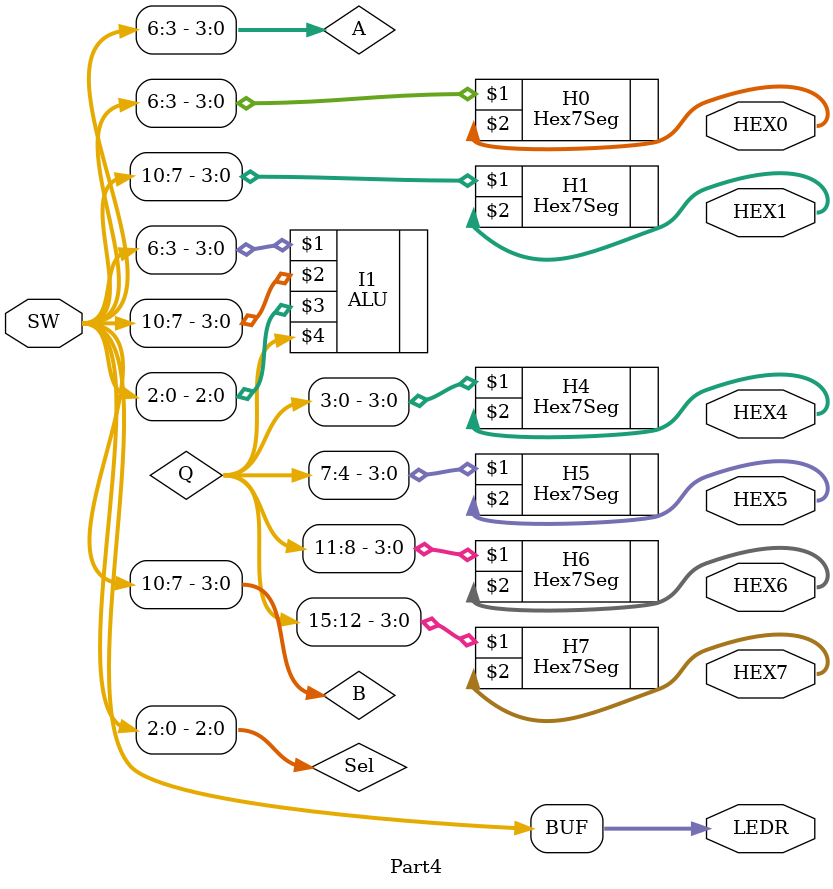
<source format=v>
/* Homework 6 Part 4 written by Ben Foster
 * TCES 330 5/27/14
 * depends: Hex7Seg, ALU
 * This module instantiates the ALU 
 * module and relays the inputs and
 * outputs to 7 segment hex displays.
 */
module Part4(SW, LEDR, HEX0, HEX1, HEX4, HEX5,
				HEX6, HEX7);
	input [10:0] SW; //input switches
	output [10:0] LEDR; //output red leds
	output [0:6] HEX0, HEX1, HEX4,
			HEX5, HEX6, HEX7; //7 segment hex displays
	
	//let all red leds light up with
	//every switch.
	assign LEDR = SW;
	
	//Sel wire is the select wire.
	wire [2:0] Sel = SW[2:0];
	//A wire is the first input.
	wire [3:0] A = SW[6:3];
	//B wire is the second input.
	wire [3:0] B = SW[10:7];
	//Q wire is the output.
	wire [15:0] Q;
	
	//ALU instantiation takes in three
	//inputs (A, B and Sel) and spits
	//out Q.
	ALU I1(A, B, Sel, Q);
	
	//These two instantiations of Hex7Seg
	//display A and B.
	Hex7Seg H0(A, HEX0);
	Hex7Seg H1(B, HEX1);
	
	//These four instantiations of Hex7Seg
	//display Q.
	Hex7Seg H4(Q[3:0], HEX4);
	Hex7Seg H5(Q[7:4], HEX5);
	Hex7Seg H6(Q[11:8], HEX6);
	Hex7Seg H7(Q[15:12], HEX7);
	
endmodule

</source>
